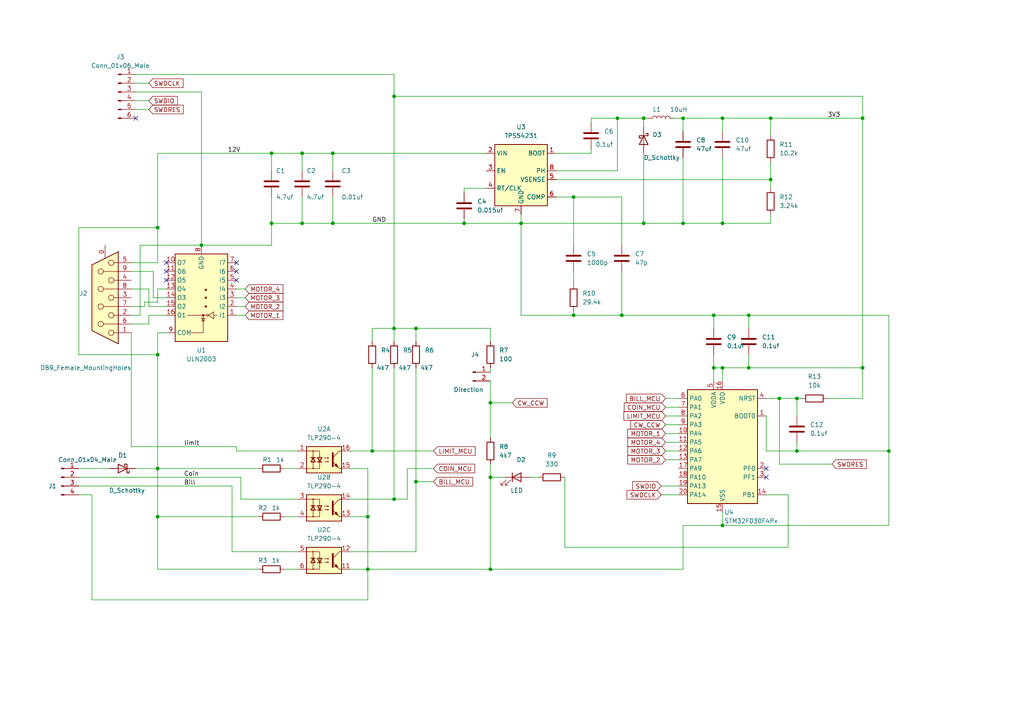
<source format=kicad_sch>
(kicad_sch (version 20211123) (generator eeschema)
  (paper "A4")
  (lib_symbols
    (symbol "Connector:Conn_01x02_Male" (pin_names (offset 1.016) hide)
      (property "Reference" "J" (at 0 2.54 0))
      (property "Value" "Conn_01x02_Male" (at 0 -5.08 0))
      (symbol "Conn_01x02_Male_1_1"
        (polyline (pts (xy 1.27 -2.54) (xy 0.8636 -2.54)) (stroke (width 0.1524)))
        (polyline (pts (xy 1.27 0) (xy 0.8636 0)) (stroke (width 0.1524)))
        (rectangle (start 0.8636 -2.413) (end 0 -2.667) (stroke (width 0.1524)) (fill (type outline)))
        (rectangle (start 0.8636 0.127) (end 0 -0.127) (stroke (width 0.1524)) (fill (type outline)))
        (pin passive line (at 5.08 0 180) (length 3.81) (name "Pin_1") (number "1"))
        (pin passive line (at 5.08 -2.54 180) (length 3.81) (name "Pin_2") (number "2"))
      )
    )
    (symbol "Connector:Conn_01x04_Male" (pin_names (offset 1.016) hide)
      (property "Reference" "J" (at 0 5.08 0))
      (property "Value" "Conn_01x04_Male" (at 0 -7.62 0))
      (symbol "Conn_01x04_Male_1_1"
        (polyline (pts (xy 1.27 -5.08) (xy 0.8636 -5.08)) (stroke (width 0.1524)))
        (polyline (pts (xy 1.27 -2.54) (xy 0.8636 -2.54)) (stroke (width 0.1524)))
        (polyline (pts (xy 1.27 0) (xy 0.8636 0)) (stroke (width 0.1524)))
        (polyline (pts (xy 1.27 2.54) (xy 0.8636 2.54)) (stroke (width 0.1524)))
        (rectangle (start 0.8636 -4.953) (end 0 -5.207) (stroke (width 0.1524)) (fill (type outline)))
        (rectangle (start 0.8636 -2.413) (end 0 -2.667) (stroke (width 0.1524)) (fill (type outline)))
        (rectangle (start 0.8636 0.127) (end 0 -0.127) (stroke (width 0.1524)) (fill (type outline)))
        (rectangle (start 0.8636 2.667) (end 0 2.413) (stroke (width 0.1524)) (fill (type outline)))
        (pin passive line (at 5.08 2.54 180) (length 3.81) (name "Pin_1") (number "1"))
        (pin passive line (at 5.08 0 180) (length 3.81) (name "Pin_2") (number "2"))
        (pin passive line (at 5.08 -2.54 180) (length 3.81) (name "Pin_3") (number "3"))
        (pin passive line (at 5.08 -5.08 180) (length 3.81) (name "Pin_4") (number "4"))
      )
    )
    (symbol "Connector:Conn_01x06_Male" (pin_names (offset 1.016) hide)
      (property "Reference" "J" (at 0 7.62 0))
      (property "Value" "Conn_01x06_Male" (at 0 -10.16 0))
      (symbol "Conn_01x06_Male_1_1"
        (polyline (pts (xy 1.27 -7.62) (xy 0.8636 -7.62)) (stroke (width 0.1524)))
        (polyline (pts (xy 1.27 -5.08) (xy 0.8636 -5.08)) (stroke (width 0.1524)))
        (polyline (pts (xy 1.27 -2.54) (xy 0.8636 -2.54)) (stroke (width 0.1524)))
        (polyline (pts (xy 1.27 0) (xy 0.8636 0)) (stroke (width 0.1524)))
        (polyline (pts (xy 1.27 2.54) (xy 0.8636 2.54)) (stroke (width 0.1524)))
        (polyline (pts (xy 1.27 5.08) (xy 0.8636 5.08)) (stroke (width 0.1524)))
        (rectangle (start 0.8636 -7.493) (end 0 -7.747) (stroke (width 0.1524)) (fill (type outline)))
        (rectangle (start 0.8636 -4.953) (end 0 -5.207) (stroke (width 0.1524)) (fill (type outline)))
        (rectangle (start 0.8636 -2.413) (end 0 -2.667) (stroke (width 0.1524)) (fill (type outline)))
        (rectangle (start 0.8636 0.127) (end 0 -0.127) (stroke (width 0.1524)) (fill (type outline)))
        (rectangle (start 0.8636 2.667) (end 0 2.413) (stroke (width 0.1524)) (fill (type outline)))
        (rectangle (start 0.8636 5.207) (end 0 4.953) (stroke (width 0.1524)) (fill (type outline)))
        (pin passive line (at 5.08 5.08 180) (length 3.81) (name "Pin_1") (number "1"))
        (pin passive line (at 5.08 2.54 180) (length 3.81) (name "Pin_2") (number "2"))
        (pin passive line (at 5.08 0 180) (length 3.81) (name "Pin_3") (number "3"))
        (pin passive line (at 5.08 -2.54 180) (length 3.81) (name "Pin_4") (number "4"))
        (pin passive line (at 5.08 -5.08 180) (length 3.81) (name "Pin_5") (number "5"))
        (pin passive line (at 5.08 -7.62 180) (length 3.81) (name "Pin_6") (number "6"))
      )
    )
    (symbol "Connector:DB9_Female_MountingHoles" (pin_names (offset 1.016) hide)
      (property "Reference" "J" (at 0 16.51 0))
      (property "Value" "DB9_Female_MountingHoles" (at 0 14.605 0))
      (symbol "DB9_Female_MountingHoles_0_1"
        (circle (center -1.778 -10.16) (radius 0.762))
        (circle (center -1.778 -5.08) (radius 0.762))
        (circle (center -1.778 0) (radius 0.762))
        (circle (center -1.778 5.08) (radius 0.762))
        (circle (center -1.778 10.16) (radius 0.762))
        (polyline (pts (xy -3.81 -10.16) (xy -2.54 -10.16)))
        (polyline (pts (xy -3.81 -7.62) (xy 0.508 -7.62)))
        (polyline (pts (xy -3.81 -5.08) (xy -2.54 -5.08)))
        (polyline (pts (xy -3.81 -2.54) (xy 0.508 -2.54)))
        (polyline (pts (xy -3.81 0) (xy -2.54 0)))
        (polyline (pts (xy -3.81 2.54) (xy 0.508 2.54)))
        (polyline (pts (xy -3.81 5.08) (xy -2.54 5.08)))
        (polyline (pts (xy -3.81 7.62) (xy 0.508 7.62)))
        (polyline (pts (xy -3.81 10.16) (xy -2.54 10.16)))
        (polyline (pts (xy -3.81 13.335) (xy -3.81 -13.335) (xy 3.81 -9.525) (xy 3.81 9.525) (xy -3.81 13.335)) (stroke (width 0.254)) (fill (type background)))
        (circle (center 1.27 -7.62) (radius 0.762))
        (circle (center 1.27 -2.54) (radius 0.762))
        (circle (center 1.27 2.54) (radius 0.762))
        (circle (center 1.27 7.62) (radius 0.762))
      )
      (symbol "DB9_Female_MountingHoles_1_1"
        (pin passive line (at 0 -15.24 90) (length 3.81) (name "PAD") (number "0"))
        (pin passive line (at -7.62 10.16 0) (length 3.81) (name "1") (number "1"))
        (pin passive line (at -7.62 5.08 0) (length 3.81) (name "2") (number "2"))
        (pin passive line (at -7.62 0 0) (length 3.81) (name "3") (number "3"))
        (pin passive line (at -7.62 -5.08 0) (length 3.81) (name "4") (number "4"))
        (pin passive line (at -7.62 -10.16 0) (length 3.81) (name "5") (number "5"))
        (pin passive line (at -7.62 7.62 0) (length 3.81) (name "6") (number "6"))
        (pin passive line (at -7.62 2.54 0) (length 3.81) (name "7") (number "7"))
        (pin passive line (at -7.62 -2.54 0) (length 3.81) (name "8") (number "8"))
        (pin passive line (at -7.62 -7.62 0) (length 3.81) (name "9") (number "9"))
      )
    )
    (symbol "Device:C" (pin_numbers hide) (pin_names (offset 0.254))
      (property "Reference" "C" (at 0.635 2.54 0))
      (property "Value" "C" (at 0.635 -2.54 0))
      (symbol "C_0_1"
        (polyline (pts (xy -2.032 -0.762) (xy 2.032 -0.762)) (stroke (width 0.508)))
        (polyline (pts (xy -2.032 0.762) (xy 2.032 0.762)) (stroke (width 0.508)))
      )
      (symbol "C_1_1"
        (pin passive line (at 0 3.81 270) (length 2.794) (name "~") (number "1"))
        (pin passive line (at 0 -3.81 90) (length 2.794) (name "~") (number "2"))
      )
    )
    (symbol "Device:D_Schottky" (pin_numbers hide) (pin_names (offset 1.016) hide)
      (property "Reference" "D" (at 0 2.54 0))
      (property "Value" "D_Schottky" (at 0 -2.54 0))
      (symbol "D_Schottky_0_1"
        (polyline (pts (xy 1.27 0) (xy -1.27 0)))
        (polyline (pts (xy 1.27 1.27) (xy 1.27 -1.27) (xy -1.27 0) (xy 1.27 1.27)) (stroke (width 0.254)))
        (polyline (pts (xy -1.905 0.635) (xy -1.905 1.27) (xy -1.27 1.27) (xy -1.27 -1.27) (xy -0.635 -1.27) (xy -0.635 -0.635)) (stroke (width 0.254)))
      )
      (symbol "D_Schottky_1_1"
        (pin passive line (at -3.81 0 0) (length 2.54) (name "K") (number "1"))
        (pin passive line (at 3.81 0 180) (length 2.54) (name "A") (number "2"))
      )
    )
    (symbol "Device:L" (pin_numbers hide) (pin_names (offset 1.016) hide)
      (property "Reference" "L" (at -1.27 0 90))
      (property "Value" "L" (at 1.905 0 90))
      (symbol "L_0_1"
        (arc (start 0 -2.54) (mid 0.635 -1.905) (end 0 -1.27))
        (arc (start 0 -1.27) (mid 0.635 -0.635) (end 0 0))
        (arc (start 0 0) (mid 0.635 0.635) (end 0 1.27))
        (arc (start 0 1.27) (mid 0.635 1.905) (end 0 2.54))
      )
      (symbol "L_1_1"
        (pin passive line (at 0 3.81 270) (length 1.27) (name "1") (number "1"))
        (pin passive line (at 0 -3.81 90) (length 1.27) (name "2") (number "2"))
      )
    )
    (symbol "Device:LED" (pin_numbers hide) (pin_names (offset 1.016) hide)
      (property "Reference" "D" (at 0 2.54 0))
      (property "Value" "LED" (at 0 -2.54 0))
      (symbol "LED_0_1"
        (polyline (pts (xy -1.27 -1.27) (xy -1.27 1.27)) (stroke (width 0.254)))
        (polyline (pts (xy -1.27 0) (xy 1.27 0)))
        (polyline (pts (xy 1.27 -1.27) (xy 1.27 1.27) (xy -1.27 0) (xy 1.27 -1.27)) (stroke (width 0.254)))
        (polyline (pts (xy -3.048 -0.762) (xy -4.572 -2.286) (xy -3.81 -2.286) (xy -4.572 -2.286) (xy -4.572 -1.524)))
        (polyline (pts (xy -1.778 -0.762) (xy -3.302 -2.286) (xy -2.54 -2.286) (xy -3.302 -2.286) (xy -3.302 -1.524)))
      )
      (symbol "LED_1_1"
        (pin passive line (at -3.81 0 0) (length 2.54) (name "K") (number "1"))
        (pin passive line (at 3.81 0 180) (length 2.54) (name "A") (number "2"))
      )
    )
    (symbol "Device:R" (pin_numbers hide) (pin_names (offset 0))
      (property "Reference" "R" (at 2.032 0 90))
      (property "Value" "R" (at 0 0 90))
      (symbol "R_0_1"
        (rectangle (start -1.016 -2.54) (end 1.016 2.54) (stroke (width 0.254)))
      )
      (symbol "R_1_1"
        (pin passive line (at 0 3.81 270) (length 1.27) (name "~") (number "1"))
        (pin passive line (at 0 -3.81 90) (length 1.27) (name "~") (number "2"))
      )
    )
    (symbol "Isolator:TLP290-4" (pin_names (offset 1.016))
      (property "Reference" "U" (at -5.08 5.08 0))
      (property "Value" "TLP290-4" (at 0 5.08 0))
      (symbol "TLP290-4_0_1"
        (rectangle (start -5.08 3.81) (end 5.08 -3.81) (stroke (width 0.254)) (fill (type background)))
        (circle (center -3.175 -2.54) (radius 0.127))
        (circle (center -3.175 2.54) (radius 0.127))
        (polyline (pts (xy -3.81 0.635) (xy -2.54 0.635)) (stroke (width 0.254)))
        (polyline (pts (xy -3.175 -0.635) (xy -3.175 -2.54)))
        (polyline (pts (xy -3.175 -0.635) (xy -3.175 2.54)))
        (polyline (pts (xy -1.905 -0.635) (xy -0.635 -0.635)) (stroke (width 0.254)))
        (polyline (pts (xy 2.54 0.635) (xy 4.445 2.54)))
        (polyline (pts (xy 4.445 -2.54) (xy 2.54 -0.635)) (fill (type outline)))
        (polyline (pts (xy 4.445 -2.54) (xy 5.08 -2.54)))
        (polyline (pts (xy 4.445 2.54) (xy 5.08 2.54)))
        (polyline (pts (xy -5.08 2.54) (xy -1.27 2.54) (xy -1.27 -0.635)))
        (polyline (pts (xy -1.27 -0.635) (xy -1.27 -2.54) (xy -5.08 -2.54)))
        (polyline (pts (xy 2.54 1.905) (xy 2.54 -1.905) (xy 2.54 -1.905)) (stroke (width 0.508)))
        (polyline (pts (xy -3.175 0.635) (xy -3.81 -0.635) (xy -2.54 -0.635) (xy -3.175 0.635)) (stroke (width 0.254)))
        (polyline (pts (xy -1.27 -0.635) (xy -1.905 0.635) (xy -0.635 0.635) (xy -1.27 -0.635)) (stroke (width 0.254)))
        (polyline (pts (xy 0.127 -0.508) (xy 1.397 -0.508) (xy 1.016 -0.635) (xy 1.016 -0.381) (xy 1.397 -0.508)))
        (polyline (pts (xy 0.127 0.508) (xy 1.397 0.508) (xy 1.016 0.381) (xy 1.016 0.635) (xy 1.397 0.508)))
        (polyline (pts (xy 3.048 -1.651) (xy 3.556 -1.143) (xy 4.064 -2.159) (xy 3.048 -1.651) (xy 3.048 -1.651)) (fill (type outline)))
      )
      (symbol "TLP290-4_1_1"
        (pin passive line (at -7.62 2.54 0) (length 2.54) (name "~") (number "1"))
        (pin passive line (at 7.62 -2.54 180) (length 2.54) (name "~") (number "15"))
        (pin passive line (at 7.62 2.54 180) (length 2.54) (name "~") (number "16"))
        (pin passive line (at -7.62 -2.54 0) (length 2.54) (name "~") (number "2"))
      )
      (symbol "TLP290-4_2_1"
        (pin passive line (at 7.62 -2.54 180) (length 2.54) (name "~") (number "13"))
        (pin passive line (at 7.62 2.54 180) (length 2.54) (name "~") (number "14"))
        (pin passive line (at -7.62 2.54 0) (length 2.54) (name "~") (number "3"))
        (pin passive line (at -7.62 -2.54 0) (length 2.54) (name "~") (number "4"))
      )
      (symbol "TLP290-4_3_1"
        (pin passive line (at 7.62 -2.54 180) (length 2.54) (name "~") (number "11"))
        (pin passive line (at 7.62 2.54 180) (length 2.54) (name "~") (number "12"))
        (pin passive line (at -7.62 2.54 0) (length 2.54) (name "~") (number "5"))
        (pin passive line (at -7.62 -2.54 0) (length 2.54) (name "~") (number "6"))
      )
      (symbol "TLP290-4_4_1"
        (pin passive line (at 7.62 2.54 180) (length 2.54) (name "~") (number "10"))
        (pin passive line (at -7.62 2.54 0) (length 2.54) (name "~") (number "7"))
        (pin passive line (at -7.62 -2.54 0) (length 2.54) (name "~") (number "8"))
        (pin passive line (at 7.62 -2.54 180) (length 2.54) (name "~") (number "9"))
      )
    )
    (symbol "MCU_ST_STM32F0:STM32F030F4Px"
      (property "Reference" "U" (at -10.16 16.51 0))
      (property "Value" "STM32F030F4Px" (at 5.08 16.51 0))
      (symbol "STM32F030F4Px_0_1"
        (rectangle (start -10.16 -17.78) (end 10.16 15.24) (stroke (width 0.254)) (fill (type background)))
      )
      (symbol "STM32F030F4Px_1_1"
        (pin input line (at -12.7 7.62 0) (length 2.54) (name "BOOT0") (number "1"))
        (pin bidirectional line (at 12.7 2.54 180) (length 2.54) (name "PA4") (number "10"))
        (pin bidirectional line (at 12.7 0 180) (length 2.54) (name "PA5") (number "11"))
        (pin bidirectional line (at 12.7 -2.54 180) (length 2.54) (name "PA6") (number "12"))
        (pin bidirectional line (at 12.7 -5.08 180) (length 2.54) (name "PA7") (number "13"))
        (pin bidirectional line (at -12.7 -15.24 0) (length 2.54) (name "PB1") (number "14"))
        (pin power_in line (at 0 -20.32 90) (length 2.54) (name "VSS") (number "15"))
        (pin power_in line (at 0 17.78 270) (length 2.54) (name "VDD") (number "16"))
        (pin bidirectional line (at 12.7 -7.62 180) (length 2.54) (name "PA9") (number "17"))
        (pin bidirectional line (at 12.7 -10.16 180) (length 2.54) (name "PA10") (number "18"))
        (pin bidirectional line (at 12.7 -12.7 180) (length 2.54) (name "PA13") (number "19"))
        (pin input line (at -12.7 -7.62 0) (length 2.54) (name "PF0") (number "2"))
        (pin bidirectional line (at 12.7 -15.24 180) (length 2.54) (name "PA14") (number "20"))
        (pin input line (at -12.7 -10.16 0) (length 2.54) (name "PF1") (number "3"))
        (pin input line (at -12.7 12.7 0) (length 2.54) (name "NRST") (number "4"))
        (pin power_in line (at 2.54 17.78 270) (length 2.54) (name "VDDA") (number "5"))
        (pin bidirectional line (at 12.7 12.7 180) (length 2.54) (name "PA0") (number "6"))
        (pin bidirectional line (at 12.7 10.16 180) (length 2.54) (name "PA1") (number "7"))
        (pin bidirectional line (at 12.7 7.62 180) (length 2.54) (name "PA2") (number "8"))
        (pin bidirectional line (at 12.7 5.08 180) (length 2.54) (name "PA3") (number "9"))
      )
    )
    (symbol "Regulator_Switching:TPS54061DRB"
      (property "Reference" "U" (at -7.62 11.43 0))
      (property "Value" "TPS54061DRB" (at -7.62 8.89 0))
      (symbol "TPS54061DRB_0_1"
        (rectangle (start -7.62 7.62) (end 7.62 -10.16) (stroke (width 0.254)) (fill (type background)))
      )
      (symbol "TPS54061DRB_1_1"
        (pin passive line (at 10.16 5.08 180) (length 2.54) (name "BOOT") (number "1"))
        (pin power_in line (at -10.16 5.08 0) (length 2.54) (name "VIN") (number "2"))
        (pin input line (at -10.16 0 0) (length 2.54) (name "EN") (number "3"))
        (pin passive line (at -10.16 -5.08 0) (length 2.54) (name "RT/CLK") (number "4"))
        (pin input line (at 10.16 -2.54 180) (length 2.54) (name "VSENSE") (number "5"))
        (pin passive line (at 10.16 -7.62 180) (length 2.54) (name "COMP") (number "6"))
        (pin power_in line (at 0 -12.7 90) (length 2.54) (name "GND") (number "7"))
        (pin power_out line (at 10.16 0 180) (length 2.54) (name "PH") (number "8"))
        (pin passive line (at 0 -12.7 90) (length 2.54) hide (name "GND") (number "9"))
      )
    )
    (symbol "Transistor_Array:ULN2003"
      (property "Reference" "U" (at 0 15.875 0))
      (property "Value" "ULN2003" (at 0 13.97 0))
      (symbol "ULN2003_0_1"
        (rectangle (start -7.62 -12.7) (end 7.62 12.7) (stroke (width 0.254)) (fill (type background)))
        (circle (center -1.778 5.08) (radius 0.254))
        (circle (center -1.27 -2.286) (radius 0.254) (fill (type outline)))
        (circle (center -1.27 0) (radius 0.254) (fill (type outline)))
        (circle (center -1.27 2.54) (radius 0.254) (fill (type outline)))
        (circle (center -0.508 5.08) (radius 0.254) (fill (type outline)))
        (polyline (pts (xy -4.572 5.08) (xy -3.556 5.08)))
        (polyline (pts (xy -1.524 5.08) (xy 4.064 5.08)))
        (polyline (pts (xy 0 6.731) (xy -1.016 6.731)))
        (polyline (pts (xy -0.508 5.08) (xy -0.508 10.16) (xy 2.921 10.16)))
        (polyline (pts (xy -3.556 6.096) (xy -3.556 4.064) (xy -2.032 5.08) (xy -3.556 6.096)))
        (polyline (pts (xy 0 5.969) (xy -1.016 5.969) (xy -0.508 6.731) (xy 0 5.969)))
      )
      (symbol "ULN2003_1_1"
        (pin input line (at -10.16 5.08 0) (length 2.54) (name "I1") (number "1"))
        (pin open_collector line (at 10.16 -10.16 180) (length 2.54) (name "O7") (number "10"))
        (pin open_collector line (at 10.16 -7.62 180) (length 2.54) (name "O6") (number "11"))
        (pin open_collector line (at 10.16 -5.08 180) (length 2.54) (name "O5") (number "12"))
        (pin open_collector line (at 10.16 -2.54 180) (length 2.54) (name "O4") (number "13"))
        (pin open_collector line (at 10.16 0 180) (length 2.54) (name "O3") (number "14"))
        (pin open_collector line (at 10.16 2.54 180) (length 2.54) (name "O2") (number "15"))
        (pin open_collector line (at 10.16 5.08 180) (length 2.54) (name "O1") (number "16"))
        (pin input line (at -10.16 2.54 0) (length 2.54) (name "I2") (number "2"))
        (pin input line (at -10.16 0 0) (length 2.54) (name "I3") (number "3"))
        (pin input line (at -10.16 -2.54 0) (length 2.54) (name "I4") (number "4"))
        (pin input line (at -10.16 -5.08 0) (length 2.54) (name "I5") (number "5"))
        (pin input line (at -10.16 -7.62 0) (length 2.54) (name "I6") (number "6"))
        (pin input line (at -10.16 -10.16 0) (length 2.54) (name "I7") (number "7"))
        (pin power_in line (at 0 -15.24 90) (length 2.54) (name "GND") (number "8"))
        (pin passive line (at 10.16 10.16 180) (length 2.54) (name "COM") (number "9"))
      )
    )
  )
  (junction (at 106.68 149.86))
  (junction (at 250.19 106.68))
  (junction (at 120.65 95.25))
  (junction (at 223.52 34.29))
  (junction (at 114.3 144.78))
  (junction (at 186.69 64.77))
  (junction (at 58.42 71.12))
  (junction (at 209.55 64.77))
  (junction (at 250.19 34.29))
  (junction (at 207.01 91.44))
  (junction (at 96.52 44.45))
  (junction (at 45.72 135.89))
  (junction (at 151.13 64.77))
  (junction (at 257.81 130.81))
  (junction (at 217.17 91.44))
  (junction (at 186.69 34.29))
  (junction (at 45.72 102.87))
  (junction (at 142.24 165.1))
  (junction (at 107.95 130.81))
  (junction (at 179.07 34.29))
  (junction (at 134.62 64.77))
  (junction (at 142.24 138.43))
  (junction (at 166.37 57.15))
  (junction (at 180.34 91.44))
  (junction (at 87.63 64.77))
  (junction (at 226.06 115.57))
  (junction (at 114.3 95.25))
  (junction (at 209.55 152.4))
  (junction (at 114.3 27.94))
  (junction (at 209.55 106.68))
  (junction (at 223.52 52.07))
  (junction (at 231.14 130.81))
  (junction (at 231.14 115.57))
  (junction (at 142.24 116.84))
  (junction (at 45.72 149.86))
  (junction (at 209.55 34.29))
  (junction (at 45.72 66.04))
  (junction (at 207.01 106.68))
  (junction (at 217.17 106.68))
  (junction (at 78.74 64.77))
  (junction (at 166.37 91.44))
  (junction (at 106.68 165.1))
  (junction (at 78.74 44.45))
  (junction (at 120.65 139.7))
  (junction (at 198.12 34.29))
  (junction (at 87.63 44.45))
  (junction (at 198.12 64.77))
  (junction (at 96.52 64.77))
  (no_connect (at 222.25 135.89))
  (no_connect (at 222.25 138.43))
  (no_connect (at 39.37 34.29))
  (no_connect (at 48.26 78.74))
  (no_connect (at 48.26 81.28))
  (no_connect (at 48.26 76.2))
  (no_connect (at 68.58 81.28))
  (no_connect (at 68.58 78.74))
  (no_connect (at 68.58 76.2))
  (wire (pts (xy 106.68 165.1) (xy 101.6 165.1)))
  (wire (pts (xy 45.72 102.87) (xy 22.86 102.87)))
  (wire (pts (xy 186.69 34.29) (xy 186.69 36.83)))
  (wire (pts (xy 45.72 44.45) (xy 45.72 66.04)))
  (wire (pts (xy 39.37 135.89) (xy 45.72 135.89)))
  (wire (pts (xy 45.72 96.52) (xy 45.72 102.87)))
  (wire (pts (xy 45.72 102.87) (xy 45.72 135.89)))
  (wire (pts (xy 134.62 63.5) (xy 134.62 64.77)))
  (wire (pts (xy 140.97 44.45) (xy 96.52 44.45)))
  (wire (pts (xy 228.6 158.75) (xy 228.6 143.51)))
  (wire (pts (xy 22.86 143.51) (xy 26.67 143.51)))
  (wire (pts (xy 207.01 106.68) (xy 207.01 110.49)))
  (wire (pts (xy 45.72 135.89) (xy 74.93 135.89)))
  (wire (pts (xy 222.25 115.57) (xy 226.06 115.57)))
  (wire (pts (xy 106.68 149.86) (xy 106.68 165.1)))
  (wire (pts (xy 223.52 64.77) (xy 223.52 62.23)))
  (wire (pts (xy 39.37 21.59) (xy 114.3 21.59)))
  (wire (pts (xy 87.63 64.77) (xy 96.52 64.77)))
  (wire (pts (xy 120.65 95.25) (xy 142.24 95.25)))
  (wire (pts (xy 106.68 165.1) (xy 106.68 173.99)))
  (wire (pts (xy 78.74 57.15) (xy 78.74 64.77)))
  (wire (pts (xy 41.91 88.9) (xy 38.1 88.9)))
  (wire (pts (xy 186.69 34.29) (xy 187.96 34.29)))
  (wire (pts (xy 26.67 173.99) (xy 26.67 143.51)))
  (wire (pts (xy 68.58 130.81) (xy 68.58 129.54)))
  (wire (pts (xy 45.72 66.04) (xy 45.72 76.2)))
  (wire (pts (xy 142.24 116.84) (xy 148.59 116.84)))
  (wire (pts (xy 45.72 87.63) (xy 41.91 87.63)))
  (wire (pts (xy 179.07 34.29) (xy 186.69 34.29)))
  (wire (pts (xy 38.1 129.54) (xy 68.58 129.54)))
  (wire (pts (xy 82.55 165.1) (xy 86.36 165.1)))
  (wire (pts (xy 68.58 86.36) (xy 71.12 86.36)))
  (wire (pts (xy 179.07 34.29) (xy 171.45 34.29)))
  (wire (pts (xy 240.03 115.57) (xy 250.19 115.57)))
  (wire (pts (xy 180.34 91.44) (xy 207.01 91.44)))
  (wire (pts (xy 107.95 106.68) (xy 107.95 130.81)))
  (wire (pts (xy 118.11 135.89) (xy 125.73 135.89)))
  (wire (pts (xy 228.6 143.51) (xy 222.25 143.51)))
  (wire (pts (xy 114.3 27.94) (xy 250.19 27.94)))
  (wire (pts (xy 223.52 34.29) (xy 223.52 39.37)))
  (wire (pts (xy 43.18 91.44) (xy 48.26 91.44)))
  (wire (pts (xy 69.85 138.43) (xy 69.85 144.78)))
  (wire (pts (xy 191.77 140.97) (xy 196.85 140.97)))
  (wire (pts (xy 142.24 138.43) (xy 146.05 138.43)))
  (wire (pts (xy 226.06 115.57) (xy 231.14 115.57)))
  (wire (pts (xy 142.24 95.25) (xy 142.24 99.06)))
  (wire (pts (xy 217.17 91.44) (xy 257.81 91.44)))
  (wire (pts (xy 207.01 91.44) (xy 207.01 95.25)))
  (wire (pts (xy 120.65 95.25) (xy 120.65 99.06)))
  (wire (pts (xy 186.69 64.77) (xy 198.12 64.77)))
  (wire (pts (xy 44.45 78.74) (xy 38.1 78.74)))
  (wire (pts (xy 198.12 64.77) (xy 209.55 64.77)))
  (wire (pts (xy 193.04 115.57) (xy 196.85 115.57)))
  (wire (pts (xy 86.36 130.81) (xy 68.58 130.81)))
  (wire (pts (xy 142.24 116.84) (xy 142.24 127)))
  (wire (pts (xy 43.18 83.82) (xy 43.18 88.9)))
  (wire (pts (xy 217.17 91.44) (xy 217.17 95.25)))
  (wire (pts (xy 163.83 158.75) (xy 228.6 158.75)))
  (wire (pts (xy 257.81 130.81) (xy 257.81 152.4)))
  (wire (pts (xy 101.6 144.78) (xy 114.3 144.78)))
  (wire (pts (xy 101.6 130.81) (xy 107.95 130.81)))
  (wire (pts (xy 209.55 34.29) (xy 209.55 38.1)))
  (wire (pts (xy 217.17 106.68) (xy 209.55 106.68)))
  (wire (pts (xy 250.19 106.68) (xy 217.17 106.68)))
  (wire (pts (xy 151.13 64.77) (xy 151.13 62.23)))
  (wire (pts (xy 22.86 102.87) (xy 22.86 66.04)))
  (wire (pts (xy 48.26 96.52) (xy 45.72 96.52)))
  (wire (pts (xy 250.19 34.29) (xy 250.19 106.68)))
  (wire (pts (xy 171.45 44.45) (xy 171.45 43.18)))
  (wire (pts (xy 120.65 139.7) (xy 125.73 139.7)))
  (wire (pts (xy 82.55 149.86) (xy 86.36 149.86)))
  (wire (pts (xy 87.63 44.45) (xy 78.74 44.45)))
  (wire (pts (xy 78.74 44.45) (xy 78.74 49.53)))
  (wire (pts (xy 67.31 140.97) (xy 67.31 160.02)))
  (wire (pts (xy 231.14 128.27) (xy 231.14 130.81)))
  (wire (pts (xy 191.77 143.51) (xy 196.85 143.51)))
  (wire (pts (xy 161.29 49.53) (xy 179.07 49.53)))
  (wire (pts (xy 96.52 64.77) (xy 134.62 64.77)))
  (wire (pts (xy 114.3 21.59) (xy 114.3 27.94)))
  (wire (pts (xy 45.72 149.86) (xy 74.93 149.86)))
  (wire (pts (xy 222.25 130.81) (xy 231.14 130.81)))
  (wire (pts (xy 101.6 149.86) (xy 106.68 149.86)))
  (wire (pts (xy 186.69 64.77) (xy 186.69 44.45)))
  (wire (pts (xy 48.26 83.82) (xy 45.72 83.82)))
  (wire (pts (xy 231.14 115.57) (xy 231.14 120.65)))
  (wire (pts (xy 166.37 57.15) (xy 180.34 57.15)))
  (wire (pts (xy 153.67 138.43) (xy 156.21 138.43)))
  (wire (pts (xy 161.29 44.45) (xy 171.45 44.45)))
  (wire (pts (xy 142.24 106.68) (xy 142.24 107.95)))
  (wire (pts (xy 142.24 110.49) (xy 142.24 116.84)))
  (wire (pts (xy 114.3 144.78) (xy 118.11 144.78)))
  (wire (pts (xy 180.34 78.74) (xy 180.34 91.44)))
  (wire (pts (xy 38.1 83.82) (xy 43.18 83.82)))
  (wire (pts (xy 41.91 87.63) (xy 41.91 88.9)))
  (wire (pts (xy 134.62 55.88) (xy 134.62 54.61)))
  (wire (pts (xy 198.12 152.4) (xy 209.55 152.4)))
  (wire (pts (xy 198.12 34.29) (xy 209.55 34.29)))
  (wire (pts (xy 193.04 118.11) (xy 196.85 118.11)))
  (wire (pts (xy 82.55 135.89) (xy 86.36 135.89)))
  (wire (pts (xy 118.11 135.89) (xy 118.11 144.78)))
  (wire (pts (xy 231.14 130.81) (xy 257.81 130.81)))
  (wire (pts (xy 193.04 128.27) (xy 196.85 128.27)))
  (wire (pts (xy 142.24 138.43) (xy 142.24 165.1)))
  (wire (pts (xy 96.52 44.45) (xy 96.52 49.53)))
  (wire (pts (xy 217.17 102.87) (xy 217.17 106.68)))
  (wire (pts (xy 198.12 165.1) (xy 198.12 152.4)))
  (wire (pts (xy 166.37 57.15) (xy 166.37 71.12)))
  (wire (pts (xy 193.04 130.81) (xy 196.85 130.81)))
  (wire (pts (xy 45.72 44.45) (xy 78.74 44.45)))
  (wire (pts (xy 43.18 93.98) (xy 43.18 91.44)))
  (wire (pts (xy 241.3 134.62) (xy 226.06 134.62)))
  (wire (pts (xy 193.04 133.35) (xy 196.85 133.35)))
  (wire (pts (xy 39.37 29.21) (xy 43.18 29.21)))
  (wire (pts (xy 257.81 152.4) (xy 209.55 152.4)))
  (wire (pts (xy 40.64 71.12) (xy 58.42 71.12)))
  (wire (pts (xy 161.29 57.15) (xy 166.37 57.15)))
  (wire (pts (xy 209.55 64.77) (xy 209.55 45.72)))
  (wire (pts (xy 106.68 165.1) (xy 142.24 165.1)))
  (wire (pts (xy 114.3 106.68) (xy 114.3 144.78)))
  (wire (pts (xy 39.37 31.75) (xy 43.18 31.75)))
  (wire (pts (xy 226.06 134.62) (xy 226.06 115.57)))
  (wire (pts (xy 58.42 71.12) (xy 78.74 71.12)))
  (wire (pts (xy 45.72 149.86) (xy 45.72 165.1)))
  (wire (pts (xy 106.68 135.89) (xy 106.68 149.86)))
  (wire (pts (xy 68.58 88.9) (xy 71.12 88.9)))
  (wire (pts (xy 96.52 44.45) (xy 87.63 44.45)))
  (wire (pts (xy 87.63 44.45) (xy 87.63 49.53)))
  (wire (pts (xy 151.13 91.44) (xy 151.13 64.77)))
  (wire (pts (xy 114.3 95.25) (xy 114.3 27.94)))
  (wire (pts (xy 222.25 120.65) (xy 222.25 130.81)))
  (wire (pts (xy 106.68 173.99) (xy 26.67 173.99)))
  (wire (pts (xy 207.01 91.44) (xy 217.17 91.44)))
  (wire (pts (xy 43.18 88.9) (xy 48.26 88.9)))
  (wire (pts (xy 257.81 91.44) (xy 257.81 130.81)))
  (wire (pts (xy 209.55 106.68) (xy 207.01 106.68)))
  (wire (pts (xy 223.52 46.99) (xy 223.52 52.07)))
  (wire (pts (xy 142.24 134.62) (xy 142.24 138.43)))
  (wire (pts (xy 223.52 34.29) (xy 250.19 34.29)))
  (wire (pts (xy 78.74 71.12) (xy 78.74 64.77)))
  (wire (pts (xy 120.65 106.68) (xy 120.65 139.7)))
  (wire (pts (xy 209.55 34.29) (xy 223.52 34.29)))
  (wire (pts (xy 107.95 130.81) (xy 125.73 130.81)))
  (wire (pts (xy 171.45 34.29) (xy 171.45 35.56)))
  (wire (pts (xy 142.24 165.1) (xy 198.12 165.1)))
  (wire (pts (xy 38.1 93.98) (xy 43.18 93.98)))
  (wire (pts (xy 180.34 57.15) (xy 180.34 71.12)))
  (wire (pts (xy 69.85 144.78) (xy 86.36 144.78)))
  (wire (pts (xy 198.12 34.29) (xy 198.12 38.1)))
  (wire (pts (xy 68.58 83.82) (xy 71.12 83.82)))
  (wire (pts (xy 114.3 95.25) (xy 114.3 99.06)))
  (wire (pts (xy 22.86 140.97) (xy 67.31 140.97)))
  (wire (pts (xy 58.42 26.67) (xy 39.37 26.67)))
  (wire (pts (xy 45.72 76.2) (xy 38.1 76.2)))
  (wire (pts (xy 96.52 57.15) (xy 96.52 64.77)))
  (wire (pts (xy 67.31 160.02) (xy 86.36 160.02)))
  (wire (pts (xy 163.83 138.43) (xy 163.83 158.75)))
  (wire (pts (xy 223.52 52.07) (xy 223.52 54.61)))
  (wire (pts (xy 107.95 99.06) (xy 107.95 95.25)))
  (wire (pts (xy 250.19 115.57) (xy 250.19 106.68)))
  (wire (pts (xy 193.04 123.19) (xy 196.85 123.19)))
  (wire (pts (xy 101.6 160.02) (xy 120.65 160.02)))
  (wire (pts (xy 58.42 71.12) (xy 58.42 26.67)))
  (wire (pts (xy 209.55 152.4) (xy 209.55 148.59)))
  (wire (pts (xy 134.62 64.77) (xy 151.13 64.77)))
  (wire (pts (xy 151.13 64.77) (xy 186.69 64.77)))
  (wire (pts (xy 166.37 90.17) (xy 166.37 91.44)))
  (wire (pts (xy 207.01 102.87) (xy 207.01 106.68)))
  (wire (pts (xy 193.04 120.65) (xy 196.85 120.65)))
  (wire (pts (xy 48.26 86.36) (xy 44.45 86.36)))
  (wire (pts (xy 22.86 66.04) (xy 45.72 66.04)))
  (wire (pts (xy 209.55 64.77) (xy 223.52 64.77)))
  (wire (pts (xy 38.1 91.44) (xy 40.64 91.44)))
  (wire (pts (xy 161.29 52.07) (xy 223.52 52.07)))
  (wire (pts (xy 209.55 106.68) (xy 209.55 110.49)))
  (wire (pts (xy 231.14 115.57) (xy 232.41 115.57)))
  (wire (pts (xy 107.95 95.25) (xy 114.3 95.25)))
  (wire (pts (xy 166.37 91.44) (xy 151.13 91.44)))
  (wire (pts (xy 22.86 135.89) (xy 31.75 135.89)))
  (wire (pts (xy 179.07 49.53) (xy 179.07 34.29)))
  (wire (pts (xy 38.1 96.52) (xy 38.1 129.54)))
  (wire (pts (xy 68.58 91.44) (xy 71.12 91.44)))
  (wire (pts (xy 45.72 83.82) (xy 45.72 87.63)))
  (wire (pts (xy 198.12 45.72) (xy 198.12 64.77)))
  (wire (pts (xy 120.65 139.7) (xy 120.65 160.02)))
  (wire (pts (xy 22.86 138.43) (xy 69.85 138.43)))
  (wire (pts (xy 45.72 165.1) (xy 74.93 165.1)))
  (wire (pts (xy 166.37 78.74) (xy 166.37 82.55)))
  (wire (pts (xy 40.64 91.44) (xy 40.64 71.12)))
  (wire (pts (xy 87.63 57.15) (xy 87.63 64.77)))
  (wire (pts (xy 114.3 95.25) (xy 120.65 95.25)))
  (wire (pts (xy 39.37 24.13) (xy 43.18 24.13)))
  (wire (pts (xy 45.72 135.89) (xy 45.72 149.86)))
  (wire (pts (xy 250.19 27.94) (xy 250.19 34.29)))
  (wire (pts (xy 78.74 64.77) (xy 87.63 64.77)))
  (wire (pts (xy 134.62 54.61) (xy 140.97 54.61)))
  (wire (pts (xy 193.04 125.73) (xy 196.85 125.73)))
  (wire (pts (xy 101.6 135.89) (xy 106.68 135.89)))
  (wire (pts (xy 195.58 34.29) (xy 198.12 34.29)))
  (wire (pts (xy 44.45 86.36) (xy 44.45 78.74)))
  (wire (pts (xy 180.34 91.44) (xy 166.37 91.44)))
  (label "GND" (at 107.95 64.77 0))
  (label "Coin" (at 53.34 138.43 0))
  (label "12V" (at 66.04 44.45 0))
  (label "limit" (at 53.34 129.54 0))
  (label "Bill" (at 53.34 140.97 0))
  (label "3V3" (at 240.03 34.29 0))
  (global_label "SWDCLK" (shape input) (at 43.18 24.13 0) (property "Обозначения листов" "${INTERSHEET_REFS}" (effects hide)))
  (global_label "MOTOR_1" (shape input) (at 193.04 125.73 180) (property "Обозначения листов" "${INTERSHEET_REFS}" (effects hide)))
  (global_label "SWDRES" (shape input) (at 241.3 134.62 0) (property "Обозначения листов" "${INTERSHEET_REFS}" (effects hide)))
  (global_label "SWDIO" (shape input) (at 43.18 29.21 0) (property "Обозначения листов" "${INTERSHEET_REFS}" (effects hide)))
  (global_label "MOTOR_3" (shape input) (at 193.04 130.81 180) (property "Обозначения листов" "${INTERSHEET_REFS}" (effects hide)))
  (global_label "MOTOR_4" (shape input) (at 71.12 83.82 0) (property "Обозначения листов" "${INTERSHEET_REFS}" (effects hide)))
  (global_label "COIN_MCU" (shape input) (at 125.73 135.89 0) (property "Обозначения листов" "${INTERSHEET_REFS}" (effects hide)))
  (global_label "BILL_MCU" (shape input) (at 125.73 139.7 0) (property "Обозначения листов" "${INTERSHEET_REFS}" (effects hide)))
  (global_label "COIN_MCU" (shape input) (at 193.04 118.11 180) (property "Обозначения листов" "${INTERSHEET_REFS}" (effects hide)))
  (global_label "SWDRES" (shape input) (at 43.18 31.75 0) (property "Обозначения листов" "${INTERSHEET_REFS}" (effects hide)))
  (global_label "MOTOR_2" (shape input) (at 193.04 133.35 180) (property "Обозначения листов" "${INTERSHEET_REFS}" (effects hide)))
  (global_label "CW_CCW" (shape input) (at 148.59 116.84 0) (property "Обозначения листов" "${INTERSHEET_REFS}" (effects hide)))
  (global_label "MOTOR_4" (shape input) (at 193.04 128.27 180) (property "Обозначения листов" "${INTERSHEET_REFS}" (effects hide)))
  (global_label "CW_CCW" (shape input) (at 193.04 123.19 180) (property "Обозначения листов" "${INTERSHEET_REFS}" (effects hide)))
  (global_label "SWDCLK" (shape input) (at 191.77 143.51 180) (property "Обозначения листов" "${INTERSHEET_REFS}" (effects hide)))
  (global_label "LIMIT_MCU" (shape input) (at 125.73 130.81 0) (property "Обозначения листов" "${INTERSHEET_REFS}" (effects hide)))
  (global_label "MOTOR_2" (shape input) (at 71.12 88.9 0) (property "Обозначения листов" "${INTERSHEET_REFS}" (effects hide)))
  (global_label "BILL_MCU" (shape input) (at 193.04 115.57 180) (property "Обозначения листов" "${INTERSHEET_REFS}" (effects hide)))
  (global_label "MOTOR_3" (shape input) (at 71.12 86.36 0) (property "Обозначения листов" "${INTERSHEET_REFS}" (effects hide)))
  (global_label "SWDIO" (shape input) (at 191.77 140.97 180) (property "Обозначения листов" "${INTERSHEET_REFS}" (effects hide)))
  (global_label "LIMIT_MCU" (shape input) (at 193.04 120.65 180) (property "Обозначения листов" "${INTERSHEET_REFS}" (effects hide)))
  (global_label "MOTOR_1" (shape input) (at 71.12 91.44 0) (property "Обозначения листов" "${INTERSHEET_REFS}" (effects hide)))
  (symbol (lib_id "Device:R") (at 78.74 135.89 90) (unit 1)
    (property "Reference" "R1" (at 77.47 133.35 90))
    (property "Value" "1k" (at 81.28 133.35 90))
    (property "Footprint" "Resistor_SMD:R_0603_1608Metric" (effects hide))
  )
  (symbol (lib_id "Device:C") (at 87.63 53.34 0) (unit 1)
    (property "Reference" "C2" (at 88.9 49.53 0) (effects (justify left)))
    (property "Value" "4.7uf" (at 88.9 57.15 0) (effects (justify left)))
    (property "Footprint" "Capacitor_SMD:C_1206_3216Metric" (effects hide))
  )
  (symbol (lib_id "Device:R") (at 78.74 149.86 90) (unit 1)
    (property "Reference" "R2" (at 76.2 147.32 90))
    (property "Value" "1k" (at 80.01 147.32 90))
    (property "Footprint" "Resistor_SMD:R_0603_1608Metric" (effects hide))
  )
  (symbol (lib_id "Device:C") (at 207.01 99.06 0) (unit 1)
    (property "Reference" "C9" (at 210.82 97.7899 0) (effects (justify left)))
    (property "Value" "0.1uf" (at 210.82 100.3299 0) (effects (justify left)))
    (property "Footprint" "Resistor_SMD:R_0603_1608Metric" (effects hide))
  )
  (symbol (lib_id "Device:C") (at 180.34 74.93 0) (unit 1)
    (property "Reference" "C7" (at 184.15 73.6599 0) (effects (justify left)))
    (property "Value" "47p" (at 184.15 76.1999 0) (effects (justify left)))
    (property "Footprint" "Resistor_SMD:R_0603_1608Metric" (effects hide))
  )
  (symbol (lib_id "Connector:Conn_01x06_Male") (at 34.29 26.67 0) (unit 1)
    (property "Reference" "J3" (at 34.925 16.51 0))
    (property "Value" "Conn_01x06_Male" (at 34.925 19.05 0))
    (property "Footprint" "Connector_PinHeader_2.54mm:PinHeader_1x06_P2.54mm_Vertical" (effects hide))
  )
  (symbol (lib_id "Device:C") (at 96.52 53.34 0) (unit 1)
    (property "Reference" "C3" (at 99.06 49.53 0) (effects (justify left)))
    (property "Value" "0.01uf" (at 99.06 57.15 0) (effects (justify left)))
    (property "Footprint" "Capacitor_SMD:C_1206_3216Metric" (effects hide))
  )
  (symbol (lib_id "Device:R") (at 107.95 102.87 0) (unit 1)
    (property "Reference" "R4" (at 110.49 101.5999 0) (effects (justify left)))
    (property "Value" "4k7" (at 109.22 106.68 0) (effects (justify left)))
    (property "Footprint" "Resistor_SMD:R_0603_1608Metric" (effects hide))
  )
  (symbol (lib_id "Device:C") (at 134.62 59.69 0) (unit 1)
    (property "Reference" "C4" (at 138.43 58.4199 0) (effects (justify left)))
    (property "Value" "0.015uf" (at 138.43 60.9599 0) (effects (justify left)))
    (property "Footprint" "Resistor_SMD:R_0603_1608Metric" (effects hide))
  )
  (symbol (lib_id "Device:R") (at 78.74 165.1 90) (unit 1)
    (property "Reference" "R3" (at 76.2 162.56 90))
    (property "Value" "1k" (at 80.01 162.56 90))
    (property "Footprint" "Resistor_SMD:R_0603_1608Metric" (effects hide))
  )
  (symbol (lib_id "Device:R") (at 160.02 138.43 90) (unit 1)
    (property "Reference" "R9" (at 160.02 132.08 90))
    (property "Value" "330" (at 160.02 134.62 90))
    (property "Footprint" "Resistor_SMD:R_0603_1608Metric" (effects hide))
  )
  (symbol (lib_id "Isolator:TLP290-4") (at 93.98 133.35 0) (unit 1)
    (property "Reference" "U2" (at 93.98 124.46 0))
    (property "Value" "TLP290-4" (at 93.98 127 0))
    (property "Footprint" "Package_SO:SOP-16_4.55x10.3mm_P1.27mm" (effects hide))
    (property "Datasheet" "https://toshiba.semicon-storage.com/info/docget.jsp?did=12855&prodName=TLP290-4" (effects hide))
  )
  (symbol (lib_id "Device:R") (at 142.24 130.81 0) (unit 1)
    (property "Reference" "R8" (at 144.78 129.5399 0) (effects (justify left)))
    (property "Value" "4k7" (at 144.78 132.08 0) (effects (justify left)))
    (property "Footprint" "Resistor_SMD:R_0603_1608Metric" (effects hide))
  )
  (symbol (lib_id "Device:R") (at 223.52 43.18 0) (unit 1)
    (property "Reference" "R11" (at 226.06 41.9099 0) (effects (justify left)))
    (property "Value" "10.2k" (at 226.06 44.4499 0) (effects (justify left)))
    (property "Footprint" "Resistor_SMD:R_0603_1608Metric" (effects hide))
  )
  (symbol (lib_id "Device:C") (at 166.37 74.93 0) (unit 1)
    (property "Reference" "C5" (at 170.18 73.6599 0) (effects (justify left)))
    (property "Value" "1000p" (at 170.18 76.1999 0) (effects (justify left)))
    (property "Footprint" "Resistor_SMD:R_0603_1608Metric" (effects hide))
  )
  (symbol (lib_id "Connector:DB9_Female_MountingHoles") (at 30.48 86.36 180) (unit 1)
    (property "Reference" "J2" (at 25.4 85.0899 0) (effects (justify left)))
    (property "Value" "DB9_Female_MountingHoles" (at 38.1 106.68 0) (effects (justify left)))
    (property "Footprint" "Connector_Dsub:DSUB-9_Female_Horizontal_P2.77x2.84mm_EdgePinOffset14.56mm_Housed_MountingHolesOffset8.20mm" (effects hide))
    (property "Datasheet" " ~" (effects hide))
  )
  (symbol (lib_id "Connector:Conn_01x02_Male") (at 137.16 107.95 0) (unit 1)
    (property "Reference" "J4" (at 137.795 102.87 0))
    (property "Value" "Direction" (at 135.89 113.03 0))
    (property "Footprint" "Connector_PinHeader_2.54mm:PinHeader_1x02_P2.54mm_Vertical" (effects hide))
  )
  (symbol (lib_id "Regulator_Switching:TPS54061DRB") (at 151.13 49.53 0) (unit 1)
    (property "Reference" "U3" (at 151.13 36.83 0))
    (property "Value" "TPS54231" (at 151.13 39.37 0))
    (property "Footprint" "Package_SO:SOIC-8_3.9x4.9mm_P1.27mm" (effects hide))
    (property "Datasheet" "http://www.ti.com/lit/ds/symlink/tps54061.pdf" (effects hide))
  )
  (symbol (lib_id "Device:R") (at 223.52 58.42 0) (unit 1)
    (property "Reference" "R12" (at 226.06 57.1499 0) (effects (justify left)))
    (property "Value" "3.24k" (at 226.06 59.6899 0) (effects (justify left)))
    (property "Footprint" "Resistor_SMD:R_0603_1608Metric" (effects hide))
  )
  (symbol (lib_id "Device:C") (at 217.17 99.06 0) (unit 1)
    (property "Reference" "C11" (at 220.98 97.7899 0) (effects (justify left)))
    (property "Value" "0.1uf" (at 220.98 100.3299 0) (effects (justify left)))
    (property "Footprint" "Resistor_SMD:R_0603_1608Metric" (effects hide))
  )
  (symbol (lib_id "Transistor_Array:ULN2003") (at 58.42 86.36 180) (unit 1)
    (property "Reference" "U1" (at 58.42 101.6 0))
    (property "Value" "ULN2003" (at 58.42 104.14 0))
    (property "Footprint" "Package_SO:SOIC-16_3.9x9.9mm_P1.27mm" (effects hide))
    (property "Datasheet" "http://www.ti.com/lit/ds/symlink/uln2003a.pdf" (effects hide))
  )
  (symbol (lib_id "Device:C") (at 231.14 124.46 0) (unit 1)
    (property "Reference" "C12" (at 234.95 123.1899 0) (effects (justify left)))
    (property "Value" "0.1uf" (at 234.95 125.7299 0) (effects (justify left)))
    (property "Footprint" "Resistor_SMD:R_0603_1608Metric" (effects hide))
  )
  (symbol (lib_id "Device:R") (at 142.24 102.87 0) (unit 1)
    (property "Reference" "R7" (at 144.78 101.5999 0) (effects (justify left)))
    (property "Value" "100" (at 144.78 104.1399 0) (effects (justify left)))
    (property "Footprint" "Resistor_SMD:R_0603_1608Metric" (effects hide))
  )
  (symbol (lib_id "Device:D_Schottky") (at 35.56 135.89 180) (unit 1)
    (property "Reference" "D1" (at 35.56 132.08 0))
    (property "Value" "D_Schottky" (at 36.83 142.24 0))
    (property "Footprint" "Diode_SMD:D_SMB_Handsoldering" (effects hide))
  )
  (symbol (lib_id "Device:L") (at 191.77 34.29 90) (unit 1)
    (property "Reference" "L1" (at 190.5 31.75 90))
    (property "Value" "10uH" (at 196.85 31.75 90))
    (property "Footprint" "Inductor_SMD:L_Bourns-SRU8028_8.0x8.0mm" (effects hide))
  )
  (symbol (lib_id "Device:C") (at 198.12 41.91 0) (unit 1)
    (property "Reference" "C8" (at 201.93 40.6399 0) (effects (justify left)))
    (property "Value" "47uf" (at 201.93 43.1799 0) (effects (justify left)))
    (property "Footprint" "Resistor_SMD:R_0603_1608Metric" (effects hide))
  )
  (symbol (lib_id "Device:C") (at 78.74 53.34 0) (unit 1)
    (property "Reference" "C1" (at 80.01 49.53 0) (effects (justify left)))
    (property "Value" "4.7uf" (at 80.01 57.15 0) (effects (justify left)))
    (property "Footprint" "Capacitor_SMD:C_1206_3216Metric" (effects hide))
  )
  (symbol (lib_id "Isolator:TLP290-4") (at 93.98 162.56 0) (unit 3)
    (property "Reference" "U2" (at 93.98 153.67 0))
    (property "Value" "TLP290-4" (at 93.98 156.21 0))
    (property "Footprint" "Package_SO:SOP-16_4.55x10.3mm_P1.27mm" (effects hide))
    (property "Datasheet" "https://toshiba.semicon-storage.com/info/docget.jsp?did=12855&prodName=TLP290-4" (effects hide))
  )
  (symbol (lib_id "Device:C") (at 209.55 41.91 0) (unit 1)
    (property "Reference" "C10" (at 213.36 40.6399 0) (effects (justify left)))
    (property "Value" "47uf" (at 213.36 43.1799 0) (effects (justify left)))
    (property "Footprint" "Resistor_SMD:R_0603_1608Metric" (effects hide))
  )
  (symbol (lib_id "Device:D_Schottky") (at 186.69 40.64 270) (unit 1)
    (property "Reference" "D3" (at 189.23 39.0524 90) (effects (justify left)))
    (property "Value" "D_Schottky" (at 186.69 45.72 90) (effects (justify left)))
    (property "Footprint" "Diode_SMD:D_SMB_Handsoldering" (effects hide))
  )
  (symbol (lib_id "Device:R") (at 120.65 102.87 0) (unit 1)
    (property "Reference" "R6" (at 123.19 101.5999 0) (effects (justify left)))
    (property "Value" "4k7" (at 121.92 106.68 0) (effects (justify left)))
    (property "Footprint" "Resistor_SMD:R_0603_1608Metric" (effects hide))
  )
  (symbol (lib_id "Device:R") (at 166.37 86.36 0) (unit 1)
    (property "Reference" "R10" (at 168.91 85.0899 0) (effects (justify left)))
    (property "Value" "29.4k" (at 168.91 87.6299 0) (effects (justify left)))
    (property "Footprint" "Resistor_SMD:R_0603_1608Metric" (effects hide))
  )
  (symbol (lib_id "Device:LED") (at 149.86 138.43 0) (unit 1)
    (property "Reference" "D2" (at 151.13 133.35 0))
    (property "Value" "LED" (at 149.86 142.24 0))
    (property "Footprint" "Resistor_SMD:R_0603_1608Metric" (effects hide))
  )
  (symbol (lib_id "MCU_ST_STM32F0:STM32F030F4Px") (at 209.55 128.27 0) (mirror y) (unit 1)
    (property "Reference" "U4" (at 210.0706 148.59 0) (effects (justify right)))
    (property "Value" "STM32F030F4Px" (at 210.0706 151.13 0) (effects (justify right)))
    (property "Footprint" "Package_SO:TSSOP-20_4.4x6.5mm_P0.65mm" (effects hide))
    (property "Datasheet" "http://www.st.com/st-web-ui/static/active/en/resource/technical/document/datasheet/DM00088500.pdf" (effects hide))
  )
  (symbol (lib_id "Connector:Conn_01x04_Male") (at 17.78 138.43 0) (unit 1)
    (property "Reference" "J1" (at 15.24 140.97 0))
    (property "Value" "Conn_01x04_Male" (at 25.4 133.35 0))
    (property "Footprint" "Connector_PinHeader_2.54mm:PinHeader_1x04_P2.54mm_Vertical" (effects hide))
  )
  (symbol (lib_id "Device:R") (at 236.22 115.57 90) (unit 1)
    (property "Reference" "R13" (at 236.22 109.22 90))
    (property "Value" "10k" (at 236.22 111.76 90))
    (property "Footprint" "Resistor_SMD:R_0603_1608Metric" (effects hide))
  )
  (symbol (lib_id "Isolator:TLP290-4") (at 93.98 147.32 0) (unit 2)
    (property "Reference" "U2" (at 93.98 138.43 0))
    (property "Value" "TLP290-4" (at 93.98 140.97 0))
    (property "Footprint" "Package_SO:SOP-16_4.55x10.3mm_P1.27mm" (effects hide))
    (property "Datasheet" "https://toshiba.semicon-storage.com/info/docget.jsp?did=12855&prodName=TLP290-4" (effects hide))
  )
  (symbol (lib_id "Device:C") (at 171.45 39.37 0) (unit 1)
    (property "Reference" "C6" (at 175.26 38.0999 0) (effects (justify left)))
    (property "Value" "0.1uf" (at 172.72 41.91 0) (effects (justify left)))
    (property "Footprint" "Resistor_SMD:R_0603_1608Metric" (effects hide))
  )
  (symbol (lib_id "Device:R") (at 114.3 102.87 0) (unit 1)
    (property "Reference" "R5" (at 116.84 101.5999 0) (effects (justify left)))
    (property "Value" "4k7" (at 115.57 106.68 0) (effects (justify left)))
    (property "Footprint" "Resistor_SMD:R_0603_1608Metric" (effects hide))
  )
)
</source>
